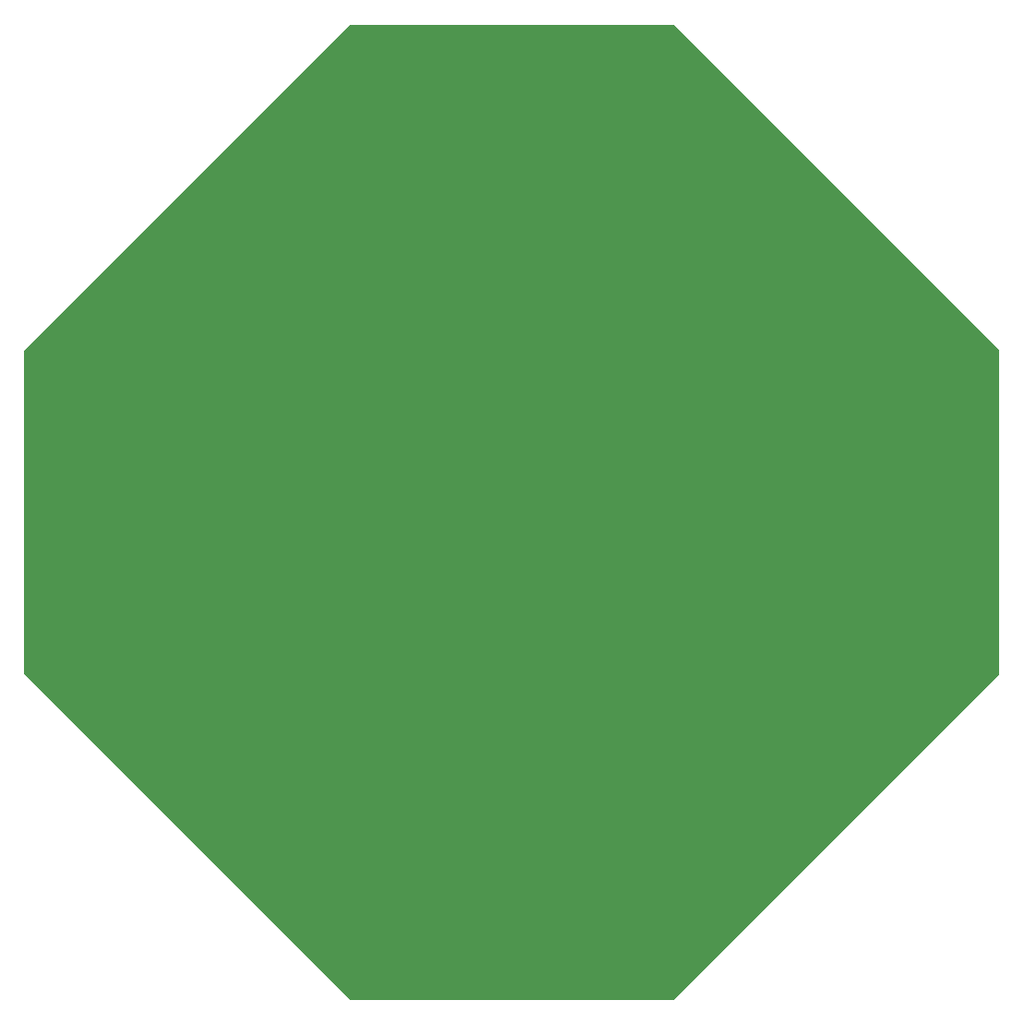
<source format=gtl>
G04 Layer: TopLayer*
G04 EasyEDA v6.5.1, 2022-06-25 03:13:47*
G04 a67cddfb3fce44daa9051d46cbbcc19f,10*
G04 Gerber Generator version 0.2*
G04 Scale: 100 percent, Rotated: No, Reflected: No *
G04 Dimensions in millimeters *
G04 leading zeros omitted , absolute positions ,4 integer and 5 decimal *
%FSLAX45Y45*%
%MOMM*%

%ADD11C,0.6150*%

%LPD*%
G36*
X3014929Y25908D02*
G01*
X3011068Y26670D01*
X3007766Y28905D01*
X28905Y3007766D01*
X26670Y3011068D01*
X25908Y3014929D01*
X25908Y5985052D01*
X26670Y5988964D01*
X28905Y5992266D01*
X3007766Y8971127D01*
X3011068Y8973312D01*
X3014929Y8974074D01*
X5985052Y8974074D01*
X5988964Y8973312D01*
X5992266Y8971127D01*
X8971127Y5992266D01*
X8973312Y5988964D01*
X8974074Y5985052D01*
X8974074Y3014929D01*
X8973312Y3011068D01*
X8971076Y3007766D01*
X5992215Y28905D01*
X5988913Y26670D01*
X5985052Y25908D01*
G37*

%LPD*%
D11*
G01*
X107459Y5892543D03*
G01*
X107459Y5392541D03*
G01*
X107459Y4892542D03*
G01*
X107459Y4392541D03*
G01*
X107459Y3892542D03*
G01*
X107459Y3392543D03*
G01*
X607461Y6392542D03*
G01*
X607461Y5892543D03*
G01*
X607461Y5392541D03*
G01*
X607461Y4892542D03*
G01*
X607461Y4392541D03*
G01*
X607461Y3892542D03*
G01*
X607461Y3392543D03*
G01*
X607461Y2892541D03*
G01*
X1107460Y6892541D03*
G01*
X1107460Y6392542D03*
G01*
X1107460Y5892543D03*
G01*
X1107460Y5392541D03*
G01*
X1107460Y4892542D03*
G01*
X1107460Y4392541D03*
G01*
X1107460Y3892542D03*
G01*
X1107460Y3392543D03*
G01*
X1107460Y2892541D03*
G01*
X1107460Y2392542D03*
G01*
X1607459Y7392543D03*
G01*
X1607459Y6892541D03*
G01*
X1607459Y6392542D03*
G01*
X1607459Y5892543D03*
G01*
X1607459Y5392541D03*
G01*
X1607459Y4892542D03*
G01*
X1607459Y4392541D03*
G01*
X1607459Y3892542D03*
G01*
X1607459Y3392543D03*
G01*
X1607459Y2892541D03*
G01*
X1607459Y2392542D03*
G01*
X1607459Y1892541D03*
G01*
X2107460Y7892542D03*
G01*
X2107460Y7392543D03*
G01*
X2107460Y6892541D03*
G01*
X2107460Y6392542D03*
G01*
X2107460Y5892543D03*
G01*
X2107460Y5392541D03*
G01*
X2107460Y4892542D03*
G01*
X2107460Y4392541D03*
G01*
X2107460Y3892542D03*
G01*
X2107460Y3392543D03*
G01*
X2107460Y2892541D03*
G01*
X2107460Y2392542D03*
G01*
X2107460Y1892541D03*
G01*
X2107460Y1392542D03*
G01*
X2607459Y8392543D03*
G01*
X2607459Y7892542D03*
G01*
X2607459Y7392543D03*
G01*
X2607459Y6892541D03*
G01*
X2607459Y6392542D03*
G01*
X2607459Y5892543D03*
G01*
X2607459Y5392541D03*
G01*
X2607459Y4892542D03*
G01*
X2607459Y4392541D03*
G01*
X2607459Y3892542D03*
G01*
X2607459Y3392543D03*
G01*
X2607459Y2892541D03*
G01*
X2607459Y2392542D03*
G01*
X2607459Y1892541D03*
G01*
X2607459Y1392542D03*
G01*
X2607459Y892543D03*
G01*
X3107458Y8892542D03*
G01*
X3107458Y8392543D03*
G01*
X3107458Y7892542D03*
G01*
X3107458Y7392543D03*
G01*
X3107458Y6892541D03*
G01*
X3107458Y6392542D03*
G01*
X3107458Y5892543D03*
G01*
X3107458Y5392541D03*
G01*
X3107458Y4892542D03*
G01*
X3107458Y4392541D03*
G01*
X3107458Y3892542D03*
G01*
X3107458Y3392543D03*
G01*
X3107458Y2892541D03*
G01*
X3107458Y2392542D03*
G01*
X3107458Y1892541D03*
G01*
X3107458Y1392542D03*
G01*
X3107458Y892543D03*
G01*
X3107458Y392541D03*
G01*
X3607460Y8892542D03*
G01*
X3607460Y8392543D03*
G01*
X3607460Y7892542D03*
G01*
X3607460Y7392543D03*
G01*
X3607460Y6892541D03*
G01*
X3607460Y6392542D03*
G01*
X3607460Y5892543D03*
G01*
X3607460Y5392541D03*
G01*
X3607460Y4892542D03*
G01*
X3607460Y4392541D03*
G01*
X3607460Y3892542D03*
G01*
X3607460Y3392543D03*
G01*
X3607460Y2892541D03*
G01*
X3607460Y2392542D03*
G01*
X3607460Y1892541D03*
G01*
X3607460Y1392542D03*
G01*
X3607460Y892543D03*
G01*
X3607460Y392541D03*
G01*
X4107459Y8892542D03*
G01*
X4107459Y8392543D03*
G01*
X4107459Y7892542D03*
G01*
X4107459Y7392543D03*
G01*
X4107459Y6892541D03*
G01*
X4107459Y6392542D03*
G01*
X4107459Y5892543D03*
G01*
X4107459Y5392541D03*
G01*
X4107459Y4892542D03*
G01*
X4107459Y4392541D03*
G01*
X4107459Y3892542D03*
G01*
X4107459Y3392543D03*
G01*
X4107459Y2892541D03*
G01*
X4107459Y2392542D03*
G01*
X4107459Y1892541D03*
G01*
X4107459Y1392542D03*
G01*
X4107459Y892543D03*
G01*
X4107459Y392541D03*
G01*
X4607460Y8892542D03*
G01*
X4607460Y8392543D03*
G01*
X4607460Y7892542D03*
G01*
X4607460Y7392543D03*
G01*
X4607460Y6892541D03*
G01*
X4607460Y6392542D03*
G01*
X4607460Y5892543D03*
G01*
X4607460Y5392541D03*
G01*
X4607460Y4892542D03*
G01*
X4607460Y4392541D03*
G01*
X4607460Y3892542D03*
G01*
X4607460Y3392543D03*
G01*
X4607460Y2892541D03*
G01*
X4607460Y2392542D03*
G01*
X4607460Y1892541D03*
G01*
X4607460Y1392542D03*
G01*
X4607460Y892543D03*
G01*
X4607460Y392541D03*
G01*
X5107459Y8892542D03*
G01*
X5107459Y8392543D03*
G01*
X5107459Y7892542D03*
G01*
X5107459Y7392543D03*
G01*
X5107459Y6892541D03*
G01*
X5107459Y6392542D03*
G01*
X5107459Y5892543D03*
G01*
X5107459Y5392541D03*
G01*
X5107459Y4892542D03*
G01*
X5107459Y4392541D03*
G01*
X5107459Y3892542D03*
G01*
X5107459Y3392543D03*
G01*
X5107459Y2892541D03*
G01*
X5107459Y2392542D03*
G01*
X5107459Y1892541D03*
G01*
X5107459Y1392542D03*
G01*
X5107459Y892543D03*
G01*
X5107459Y392541D03*
G01*
X5607458Y8892542D03*
G01*
X5607458Y8392543D03*
G01*
X5607458Y7892542D03*
G01*
X5607458Y7392543D03*
G01*
X5607458Y6892541D03*
G01*
X5607458Y6392542D03*
G01*
X5607458Y5892543D03*
G01*
X5607458Y5392541D03*
G01*
X5607458Y4892542D03*
G01*
X5607458Y4392541D03*
G01*
X5607458Y3892542D03*
G01*
X5607458Y3392543D03*
G01*
X5607458Y2892541D03*
G01*
X5607458Y2392542D03*
G01*
X5607458Y1892541D03*
G01*
X5607458Y1392542D03*
G01*
X5607458Y892543D03*
G01*
X5607458Y392541D03*
G01*
X6107460Y8392543D03*
G01*
X6107460Y7892542D03*
G01*
X6107460Y7392543D03*
G01*
X6107460Y6892541D03*
G01*
X6107460Y6392542D03*
G01*
X6107460Y5892543D03*
G01*
X6107460Y5392541D03*
G01*
X6107460Y4892542D03*
G01*
X6107460Y4392541D03*
G01*
X6107460Y3892542D03*
G01*
X6107460Y3392543D03*
G01*
X6107460Y2892541D03*
G01*
X6107460Y2392542D03*
G01*
X6107460Y1892541D03*
G01*
X6107460Y1392542D03*
G01*
X6107460Y892543D03*
G01*
X6107460Y392541D03*
G01*
X6607459Y7892542D03*
G01*
X6607459Y7392543D03*
G01*
X6607459Y6892541D03*
G01*
X6607459Y6392542D03*
G01*
X6607459Y5892543D03*
G01*
X6607459Y5392541D03*
G01*
X6607459Y4892542D03*
G01*
X6607459Y4392541D03*
G01*
X6607459Y3892542D03*
G01*
X6607459Y3392543D03*
G01*
X6607459Y2892541D03*
G01*
X6607459Y2392542D03*
G01*
X6607459Y1892541D03*
G01*
X6607459Y1392542D03*
G01*
X6607459Y892543D03*
G01*
X7107461Y7392543D03*
G01*
X7107461Y6892541D03*
G01*
X7107461Y6392542D03*
G01*
X7107461Y5892543D03*
G01*
X7107461Y5392541D03*
G01*
X7107461Y4892542D03*
G01*
X7107461Y4392541D03*
G01*
X7107461Y3892542D03*
G01*
X7107461Y3392543D03*
G01*
X7107461Y2892541D03*
G01*
X7107461Y2392542D03*
G01*
X7107461Y1892541D03*
G01*
X7107461Y1392542D03*
G01*
X7607460Y6892541D03*
G01*
X7607460Y6392542D03*
G01*
X7607460Y5892543D03*
G01*
X7607460Y5392541D03*
G01*
X7607460Y4892542D03*
G01*
X7607460Y4392541D03*
G01*
X7607460Y3892542D03*
G01*
X7607460Y3392543D03*
G01*
X7607460Y2892541D03*
G01*
X7607460Y2392542D03*
G01*
X7607460Y1892541D03*
G01*
X8107459Y6392542D03*
G01*
X8107459Y5892543D03*
G01*
X8107459Y5392541D03*
G01*
X8107459Y4892542D03*
G01*
X8107459Y4392541D03*
G01*
X8107459Y3892542D03*
G01*
X8107459Y3392543D03*
G01*
X8107459Y2892541D03*
G01*
X8107459Y2392542D03*
G01*
X8607460Y5892543D03*
G01*
X8607460Y5392541D03*
G01*
X8607460Y4892542D03*
G01*
X8607460Y4392541D03*
G01*
X8607460Y3892542D03*
G01*
X8607460Y3392543D03*
G01*
X8607460Y2892541D03*
M02*

</source>
